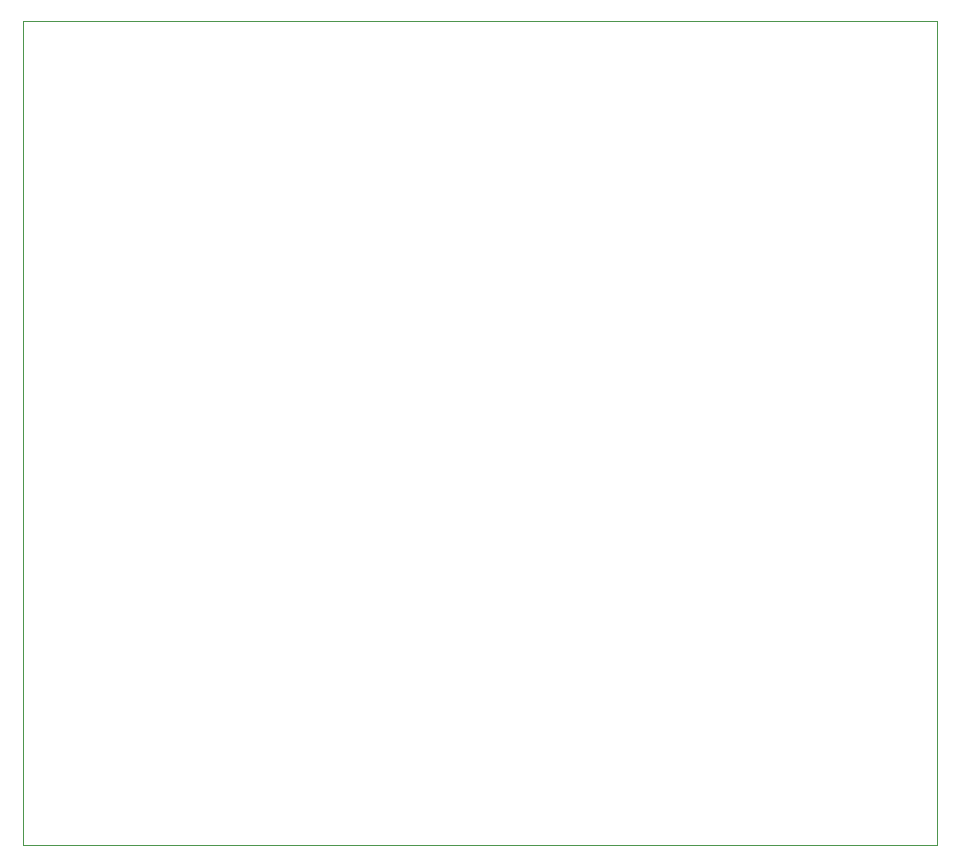
<source format=gbr>
%TF.GenerationSoftware,KiCad,Pcbnew,8.0.8*%
%TF.CreationDate,2025-02-23T18:35:03+01:00*%
%TF.ProjectId,espio,65737069-6f2e-46b6-9963-61645f706362,rev?*%
%TF.SameCoordinates,Original*%
%TF.FileFunction,Profile,NP*%
%FSLAX46Y46*%
G04 Gerber Fmt 4.6, Leading zero omitted, Abs format (unit mm)*
G04 Created by KiCad (PCBNEW 8.0.8) date 2025-02-23 18:35:03*
%MOMM*%
%LPD*%
G01*
G04 APERTURE LIST*
%TA.AperFunction,Profile*%
%ADD10C,0.100000*%
%TD*%
G04 APERTURE END LIST*
D10*
X100965000Y-68834000D02*
X178308000Y-68834000D01*
X178308000Y-138557000D01*
X100965000Y-138557000D01*
X100965000Y-68834000D01*
M02*

</source>
